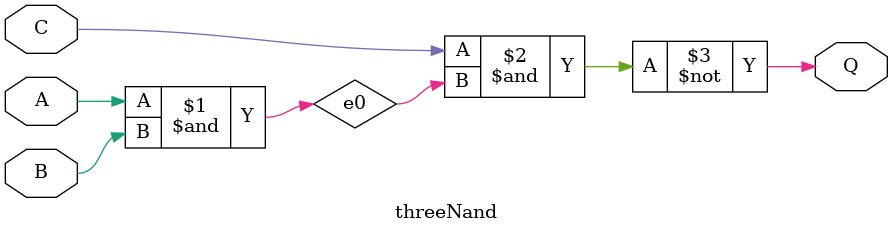
<source format=v>
module threeNand(Q, A, B, C);
	input A; wire A;
	input B; wire B;
	input C; wire C;
	output Q; wire Q;

and(e0, A, B);
nand(Q, C, e0);

endmodule
</source>
